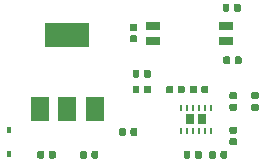
<source format=gbr>
G04 #@! TF.GenerationSoftware,KiCad,Pcbnew,(5.0.0-3-g5ebb6b6)*
G04 #@! TF.CreationDate,2019-03-02T11:42:57+00:00*
G04 #@! TF.ProjectId,WsonBagelBoard,57736F6E426167656C426F6172642E6B,rev?*
G04 #@! TF.SameCoordinates,Original*
G04 #@! TF.FileFunction,Paste,Top*
G04 #@! TF.FilePolarity,Positive*
%FSLAX46Y46*%
G04 Gerber Fmt 4.6, Leading zero omitted, Abs format (unit mm)*
G04 Created by KiCad (PCBNEW (5.0.0-3-g5ebb6b6)) date Saturday, 02 March 2019 at 11:42:57*
%MOMM*%
%LPD*%
G01*
G04 APERTURE LIST*
%ADD10R,1.250000X0.760000*%
%ADD11R,3.800000X2.000000*%
%ADD12R,1.500000X2.000000*%
%ADD13R,0.250000X0.500000*%
%ADD14R,0.800000X0.950000*%
%ADD15C,0.100000*%
%ADD16C,0.590000*%
%ADD17R,0.450000X0.600000*%
G04 APERTURE END LIST*
D10*
G04 #@! TO.C,SWEN1*
X111923500Y-57594500D03*
X118073500Y-58864500D03*
X111923500Y-58864500D03*
X118073500Y-57594500D03*
G04 #@! TD*
D11*
G04 #@! TO.C,U1*
X104648000Y-58318000D03*
D12*
X104648000Y-64618000D03*
X106948000Y-64618000D03*
X102348000Y-64618000D03*
G04 #@! TD*
D13*
G04 #@! TO.C,U2*
X114256500Y-66418500D03*
X114756500Y-66418500D03*
X115256500Y-66418500D03*
X115756500Y-66418500D03*
X116256500Y-66418500D03*
X116756500Y-66418500D03*
X116756500Y-64518500D03*
X116256500Y-64518500D03*
X115756500Y-64518500D03*
X115256500Y-64518500D03*
X114756500Y-64518500D03*
X114256500Y-64518500D03*
D14*
X115006500Y-65468500D03*
X116006500Y-65468500D03*
G04 #@! TD*
D15*
G04 #@! TO.C,C1*
G36*
X116445558Y-62621910D02*
X116459876Y-62624034D01*
X116473917Y-62627551D01*
X116487546Y-62632428D01*
X116500631Y-62638617D01*
X116513047Y-62646058D01*
X116524673Y-62654681D01*
X116535398Y-62664402D01*
X116545119Y-62675127D01*
X116553742Y-62686753D01*
X116561183Y-62699169D01*
X116567372Y-62712254D01*
X116572249Y-62725883D01*
X116575766Y-62739924D01*
X116577890Y-62754242D01*
X116578600Y-62768700D01*
X116578600Y-63113700D01*
X116577890Y-63128158D01*
X116575766Y-63142476D01*
X116572249Y-63156517D01*
X116567372Y-63170146D01*
X116561183Y-63183231D01*
X116553742Y-63195647D01*
X116545119Y-63207273D01*
X116535398Y-63217998D01*
X116524673Y-63227719D01*
X116513047Y-63236342D01*
X116500631Y-63243783D01*
X116487546Y-63249972D01*
X116473917Y-63254849D01*
X116459876Y-63258366D01*
X116445558Y-63260490D01*
X116431100Y-63261200D01*
X116136100Y-63261200D01*
X116121642Y-63260490D01*
X116107324Y-63258366D01*
X116093283Y-63254849D01*
X116079654Y-63249972D01*
X116066569Y-63243783D01*
X116054153Y-63236342D01*
X116042527Y-63227719D01*
X116031802Y-63217998D01*
X116022081Y-63207273D01*
X116013458Y-63195647D01*
X116006017Y-63183231D01*
X115999828Y-63170146D01*
X115994951Y-63156517D01*
X115991434Y-63142476D01*
X115989310Y-63128158D01*
X115988600Y-63113700D01*
X115988600Y-62768700D01*
X115989310Y-62754242D01*
X115991434Y-62739924D01*
X115994951Y-62725883D01*
X115999828Y-62712254D01*
X116006017Y-62699169D01*
X116013458Y-62686753D01*
X116022081Y-62675127D01*
X116031802Y-62664402D01*
X116042527Y-62654681D01*
X116054153Y-62646058D01*
X116066569Y-62638617D01*
X116079654Y-62632428D01*
X116093283Y-62627551D01*
X116107324Y-62624034D01*
X116121642Y-62621910D01*
X116136100Y-62621200D01*
X116431100Y-62621200D01*
X116445558Y-62621910D01*
X116445558Y-62621910D01*
G37*
D16*
X116283600Y-62941200D03*
D15*
G36*
X115475558Y-62621910D02*
X115489876Y-62624034D01*
X115503917Y-62627551D01*
X115517546Y-62632428D01*
X115530631Y-62638617D01*
X115543047Y-62646058D01*
X115554673Y-62654681D01*
X115565398Y-62664402D01*
X115575119Y-62675127D01*
X115583742Y-62686753D01*
X115591183Y-62699169D01*
X115597372Y-62712254D01*
X115602249Y-62725883D01*
X115605766Y-62739924D01*
X115607890Y-62754242D01*
X115608600Y-62768700D01*
X115608600Y-63113700D01*
X115607890Y-63128158D01*
X115605766Y-63142476D01*
X115602249Y-63156517D01*
X115597372Y-63170146D01*
X115591183Y-63183231D01*
X115583742Y-63195647D01*
X115575119Y-63207273D01*
X115565398Y-63217998D01*
X115554673Y-63227719D01*
X115543047Y-63236342D01*
X115530631Y-63243783D01*
X115517546Y-63249972D01*
X115503917Y-63254849D01*
X115489876Y-63258366D01*
X115475558Y-63260490D01*
X115461100Y-63261200D01*
X115166100Y-63261200D01*
X115151642Y-63260490D01*
X115137324Y-63258366D01*
X115123283Y-63254849D01*
X115109654Y-63249972D01*
X115096569Y-63243783D01*
X115084153Y-63236342D01*
X115072527Y-63227719D01*
X115061802Y-63217998D01*
X115052081Y-63207273D01*
X115043458Y-63195647D01*
X115036017Y-63183231D01*
X115029828Y-63170146D01*
X115024951Y-63156517D01*
X115021434Y-63142476D01*
X115019310Y-63128158D01*
X115018600Y-63113700D01*
X115018600Y-62768700D01*
X115019310Y-62754242D01*
X115021434Y-62739924D01*
X115024951Y-62725883D01*
X115029828Y-62712254D01*
X115036017Y-62699169D01*
X115043458Y-62686753D01*
X115052081Y-62675127D01*
X115061802Y-62664402D01*
X115072527Y-62654681D01*
X115084153Y-62646058D01*
X115096569Y-62638617D01*
X115109654Y-62632428D01*
X115123283Y-62627551D01*
X115137324Y-62624034D01*
X115151642Y-62621910D01*
X115166100Y-62621200D01*
X115461100Y-62621200D01*
X115475558Y-62621910D01*
X115475558Y-62621910D01*
G37*
D16*
X115313600Y-62941200D03*
G04 #@! TD*
D15*
G04 #@! TO.C,CINV1*
G36*
X114929458Y-68133710D02*
X114943776Y-68135834D01*
X114957817Y-68139351D01*
X114971446Y-68144228D01*
X114984531Y-68150417D01*
X114996947Y-68157858D01*
X115008573Y-68166481D01*
X115019298Y-68176202D01*
X115029019Y-68186927D01*
X115037642Y-68198553D01*
X115045083Y-68210969D01*
X115051272Y-68224054D01*
X115056149Y-68237683D01*
X115059666Y-68251724D01*
X115061790Y-68266042D01*
X115062500Y-68280500D01*
X115062500Y-68625500D01*
X115061790Y-68639958D01*
X115059666Y-68654276D01*
X115056149Y-68668317D01*
X115051272Y-68681946D01*
X115045083Y-68695031D01*
X115037642Y-68707447D01*
X115029019Y-68719073D01*
X115019298Y-68729798D01*
X115008573Y-68739519D01*
X114996947Y-68748142D01*
X114984531Y-68755583D01*
X114971446Y-68761772D01*
X114957817Y-68766649D01*
X114943776Y-68770166D01*
X114929458Y-68772290D01*
X114915000Y-68773000D01*
X114620000Y-68773000D01*
X114605542Y-68772290D01*
X114591224Y-68770166D01*
X114577183Y-68766649D01*
X114563554Y-68761772D01*
X114550469Y-68755583D01*
X114538053Y-68748142D01*
X114526427Y-68739519D01*
X114515702Y-68729798D01*
X114505981Y-68719073D01*
X114497358Y-68707447D01*
X114489917Y-68695031D01*
X114483728Y-68681946D01*
X114478851Y-68668317D01*
X114475334Y-68654276D01*
X114473210Y-68639958D01*
X114472500Y-68625500D01*
X114472500Y-68280500D01*
X114473210Y-68266042D01*
X114475334Y-68251724D01*
X114478851Y-68237683D01*
X114483728Y-68224054D01*
X114489917Y-68210969D01*
X114497358Y-68198553D01*
X114505981Y-68186927D01*
X114515702Y-68176202D01*
X114526427Y-68166481D01*
X114538053Y-68157858D01*
X114550469Y-68150417D01*
X114563554Y-68144228D01*
X114577183Y-68139351D01*
X114591224Y-68135834D01*
X114605542Y-68133710D01*
X114620000Y-68133000D01*
X114915000Y-68133000D01*
X114929458Y-68133710D01*
X114929458Y-68133710D01*
G37*
D16*
X114767500Y-68453000D03*
D15*
G36*
X115899458Y-68133710D02*
X115913776Y-68135834D01*
X115927817Y-68139351D01*
X115941446Y-68144228D01*
X115954531Y-68150417D01*
X115966947Y-68157858D01*
X115978573Y-68166481D01*
X115989298Y-68176202D01*
X115999019Y-68186927D01*
X116007642Y-68198553D01*
X116015083Y-68210969D01*
X116021272Y-68224054D01*
X116026149Y-68237683D01*
X116029666Y-68251724D01*
X116031790Y-68266042D01*
X116032500Y-68280500D01*
X116032500Y-68625500D01*
X116031790Y-68639958D01*
X116029666Y-68654276D01*
X116026149Y-68668317D01*
X116021272Y-68681946D01*
X116015083Y-68695031D01*
X116007642Y-68707447D01*
X115999019Y-68719073D01*
X115989298Y-68729798D01*
X115978573Y-68739519D01*
X115966947Y-68748142D01*
X115954531Y-68755583D01*
X115941446Y-68761772D01*
X115927817Y-68766649D01*
X115913776Y-68770166D01*
X115899458Y-68772290D01*
X115885000Y-68773000D01*
X115590000Y-68773000D01*
X115575542Y-68772290D01*
X115561224Y-68770166D01*
X115547183Y-68766649D01*
X115533554Y-68761772D01*
X115520469Y-68755583D01*
X115508053Y-68748142D01*
X115496427Y-68739519D01*
X115485702Y-68729798D01*
X115475981Y-68719073D01*
X115467358Y-68707447D01*
X115459917Y-68695031D01*
X115453728Y-68681946D01*
X115448851Y-68668317D01*
X115445334Y-68654276D01*
X115443210Y-68639958D01*
X115442500Y-68625500D01*
X115442500Y-68280500D01*
X115443210Y-68266042D01*
X115445334Y-68251724D01*
X115448851Y-68237683D01*
X115453728Y-68224054D01*
X115459917Y-68210969D01*
X115467358Y-68198553D01*
X115475981Y-68186927D01*
X115485702Y-68176202D01*
X115496427Y-68166481D01*
X115508053Y-68157858D01*
X115520469Y-68150417D01*
X115533554Y-68144228D01*
X115547183Y-68139351D01*
X115561224Y-68135834D01*
X115575542Y-68133710D01*
X115590000Y-68133000D01*
X115885000Y-68133000D01*
X115899458Y-68133710D01*
X115899458Y-68133710D01*
G37*
D16*
X115737500Y-68453000D03*
G04 #@! TD*
D15*
G04 #@! TO.C,CP1*
G36*
X117088458Y-68133710D02*
X117102776Y-68135834D01*
X117116817Y-68139351D01*
X117130446Y-68144228D01*
X117143531Y-68150417D01*
X117155947Y-68157858D01*
X117167573Y-68166481D01*
X117178298Y-68176202D01*
X117188019Y-68186927D01*
X117196642Y-68198553D01*
X117204083Y-68210969D01*
X117210272Y-68224054D01*
X117215149Y-68237683D01*
X117218666Y-68251724D01*
X117220790Y-68266042D01*
X117221500Y-68280500D01*
X117221500Y-68625500D01*
X117220790Y-68639958D01*
X117218666Y-68654276D01*
X117215149Y-68668317D01*
X117210272Y-68681946D01*
X117204083Y-68695031D01*
X117196642Y-68707447D01*
X117188019Y-68719073D01*
X117178298Y-68729798D01*
X117167573Y-68739519D01*
X117155947Y-68748142D01*
X117143531Y-68755583D01*
X117130446Y-68761772D01*
X117116817Y-68766649D01*
X117102776Y-68770166D01*
X117088458Y-68772290D01*
X117074000Y-68773000D01*
X116779000Y-68773000D01*
X116764542Y-68772290D01*
X116750224Y-68770166D01*
X116736183Y-68766649D01*
X116722554Y-68761772D01*
X116709469Y-68755583D01*
X116697053Y-68748142D01*
X116685427Y-68739519D01*
X116674702Y-68729798D01*
X116664981Y-68719073D01*
X116656358Y-68707447D01*
X116648917Y-68695031D01*
X116642728Y-68681946D01*
X116637851Y-68668317D01*
X116634334Y-68654276D01*
X116632210Y-68639958D01*
X116631500Y-68625500D01*
X116631500Y-68280500D01*
X116632210Y-68266042D01*
X116634334Y-68251724D01*
X116637851Y-68237683D01*
X116642728Y-68224054D01*
X116648917Y-68210969D01*
X116656358Y-68198553D01*
X116664981Y-68186927D01*
X116674702Y-68176202D01*
X116685427Y-68166481D01*
X116697053Y-68157858D01*
X116709469Y-68150417D01*
X116722554Y-68144228D01*
X116736183Y-68139351D01*
X116750224Y-68135834D01*
X116764542Y-68133710D01*
X116779000Y-68133000D01*
X117074000Y-68133000D01*
X117088458Y-68133710D01*
X117088458Y-68133710D01*
G37*
D16*
X116926500Y-68453000D03*
D15*
G36*
X118058458Y-68133710D02*
X118072776Y-68135834D01*
X118086817Y-68139351D01*
X118100446Y-68144228D01*
X118113531Y-68150417D01*
X118125947Y-68157858D01*
X118137573Y-68166481D01*
X118148298Y-68176202D01*
X118158019Y-68186927D01*
X118166642Y-68198553D01*
X118174083Y-68210969D01*
X118180272Y-68224054D01*
X118185149Y-68237683D01*
X118188666Y-68251724D01*
X118190790Y-68266042D01*
X118191500Y-68280500D01*
X118191500Y-68625500D01*
X118190790Y-68639958D01*
X118188666Y-68654276D01*
X118185149Y-68668317D01*
X118180272Y-68681946D01*
X118174083Y-68695031D01*
X118166642Y-68707447D01*
X118158019Y-68719073D01*
X118148298Y-68729798D01*
X118137573Y-68739519D01*
X118125947Y-68748142D01*
X118113531Y-68755583D01*
X118100446Y-68761772D01*
X118086817Y-68766649D01*
X118072776Y-68770166D01*
X118058458Y-68772290D01*
X118044000Y-68773000D01*
X117749000Y-68773000D01*
X117734542Y-68772290D01*
X117720224Y-68770166D01*
X117706183Y-68766649D01*
X117692554Y-68761772D01*
X117679469Y-68755583D01*
X117667053Y-68748142D01*
X117655427Y-68739519D01*
X117644702Y-68729798D01*
X117634981Y-68719073D01*
X117626358Y-68707447D01*
X117618917Y-68695031D01*
X117612728Y-68681946D01*
X117607851Y-68668317D01*
X117604334Y-68654276D01*
X117602210Y-68639958D01*
X117601500Y-68625500D01*
X117601500Y-68280500D01*
X117602210Y-68266042D01*
X117604334Y-68251724D01*
X117607851Y-68237683D01*
X117612728Y-68224054D01*
X117618917Y-68210969D01*
X117626358Y-68198553D01*
X117634981Y-68186927D01*
X117644702Y-68176202D01*
X117655427Y-68166481D01*
X117667053Y-68157858D01*
X117679469Y-68150417D01*
X117692554Y-68144228D01*
X117706183Y-68139351D01*
X117720224Y-68135834D01*
X117734542Y-68133710D01*
X117749000Y-68133000D01*
X118044000Y-68133000D01*
X118058458Y-68133710D01*
X118058458Y-68133710D01*
G37*
D16*
X117896500Y-68453000D03*
G04 #@! TD*
D15*
G04 #@! TO.C,CR1*
G36*
X103516958Y-68133710D02*
X103531276Y-68135834D01*
X103545317Y-68139351D01*
X103558946Y-68144228D01*
X103572031Y-68150417D01*
X103584447Y-68157858D01*
X103596073Y-68166481D01*
X103606798Y-68176202D01*
X103616519Y-68186927D01*
X103625142Y-68198553D01*
X103632583Y-68210969D01*
X103638772Y-68224054D01*
X103643649Y-68237683D01*
X103647166Y-68251724D01*
X103649290Y-68266042D01*
X103650000Y-68280500D01*
X103650000Y-68625500D01*
X103649290Y-68639958D01*
X103647166Y-68654276D01*
X103643649Y-68668317D01*
X103638772Y-68681946D01*
X103632583Y-68695031D01*
X103625142Y-68707447D01*
X103616519Y-68719073D01*
X103606798Y-68729798D01*
X103596073Y-68739519D01*
X103584447Y-68748142D01*
X103572031Y-68755583D01*
X103558946Y-68761772D01*
X103545317Y-68766649D01*
X103531276Y-68770166D01*
X103516958Y-68772290D01*
X103502500Y-68773000D01*
X103207500Y-68773000D01*
X103193042Y-68772290D01*
X103178724Y-68770166D01*
X103164683Y-68766649D01*
X103151054Y-68761772D01*
X103137969Y-68755583D01*
X103125553Y-68748142D01*
X103113927Y-68739519D01*
X103103202Y-68729798D01*
X103093481Y-68719073D01*
X103084858Y-68707447D01*
X103077417Y-68695031D01*
X103071228Y-68681946D01*
X103066351Y-68668317D01*
X103062834Y-68654276D01*
X103060710Y-68639958D01*
X103060000Y-68625500D01*
X103060000Y-68280500D01*
X103060710Y-68266042D01*
X103062834Y-68251724D01*
X103066351Y-68237683D01*
X103071228Y-68224054D01*
X103077417Y-68210969D01*
X103084858Y-68198553D01*
X103093481Y-68186927D01*
X103103202Y-68176202D01*
X103113927Y-68166481D01*
X103125553Y-68157858D01*
X103137969Y-68150417D01*
X103151054Y-68144228D01*
X103164683Y-68139351D01*
X103178724Y-68135834D01*
X103193042Y-68133710D01*
X103207500Y-68133000D01*
X103502500Y-68133000D01*
X103516958Y-68133710D01*
X103516958Y-68133710D01*
G37*
D16*
X103355000Y-68453000D03*
D15*
G36*
X102546958Y-68133710D02*
X102561276Y-68135834D01*
X102575317Y-68139351D01*
X102588946Y-68144228D01*
X102602031Y-68150417D01*
X102614447Y-68157858D01*
X102626073Y-68166481D01*
X102636798Y-68176202D01*
X102646519Y-68186927D01*
X102655142Y-68198553D01*
X102662583Y-68210969D01*
X102668772Y-68224054D01*
X102673649Y-68237683D01*
X102677166Y-68251724D01*
X102679290Y-68266042D01*
X102680000Y-68280500D01*
X102680000Y-68625500D01*
X102679290Y-68639958D01*
X102677166Y-68654276D01*
X102673649Y-68668317D01*
X102668772Y-68681946D01*
X102662583Y-68695031D01*
X102655142Y-68707447D01*
X102646519Y-68719073D01*
X102636798Y-68729798D01*
X102626073Y-68739519D01*
X102614447Y-68748142D01*
X102602031Y-68755583D01*
X102588946Y-68761772D01*
X102575317Y-68766649D01*
X102561276Y-68770166D01*
X102546958Y-68772290D01*
X102532500Y-68773000D01*
X102237500Y-68773000D01*
X102223042Y-68772290D01*
X102208724Y-68770166D01*
X102194683Y-68766649D01*
X102181054Y-68761772D01*
X102167969Y-68755583D01*
X102155553Y-68748142D01*
X102143927Y-68739519D01*
X102133202Y-68729798D01*
X102123481Y-68719073D01*
X102114858Y-68707447D01*
X102107417Y-68695031D01*
X102101228Y-68681946D01*
X102096351Y-68668317D01*
X102092834Y-68654276D01*
X102090710Y-68639958D01*
X102090000Y-68625500D01*
X102090000Y-68280500D01*
X102090710Y-68266042D01*
X102092834Y-68251724D01*
X102096351Y-68237683D01*
X102101228Y-68224054D01*
X102107417Y-68210969D01*
X102114858Y-68198553D01*
X102123481Y-68186927D01*
X102133202Y-68176202D01*
X102143927Y-68166481D01*
X102155553Y-68157858D01*
X102167969Y-68150417D01*
X102181054Y-68144228D01*
X102194683Y-68139351D01*
X102208724Y-68135834D01*
X102223042Y-68133710D01*
X102237500Y-68133000D01*
X102532500Y-68133000D01*
X102546958Y-68133710D01*
X102546958Y-68133710D01*
G37*
D16*
X102385000Y-68453000D03*
G04 #@! TD*
D15*
G04 #@! TO.C,CR2*
G36*
X107136458Y-68133710D02*
X107150776Y-68135834D01*
X107164817Y-68139351D01*
X107178446Y-68144228D01*
X107191531Y-68150417D01*
X107203947Y-68157858D01*
X107215573Y-68166481D01*
X107226298Y-68176202D01*
X107236019Y-68186927D01*
X107244642Y-68198553D01*
X107252083Y-68210969D01*
X107258272Y-68224054D01*
X107263149Y-68237683D01*
X107266666Y-68251724D01*
X107268790Y-68266042D01*
X107269500Y-68280500D01*
X107269500Y-68625500D01*
X107268790Y-68639958D01*
X107266666Y-68654276D01*
X107263149Y-68668317D01*
X107258272Y-68681946D01*
X107252083Y-68695031D01*
X107244642Y-68707447D01*
X107236019Y-68719073D01*
X107226298Y-68729798D01*
X107215573Y-68739519D01*
X107203947Y-68748142D01*
X107191531Y-68755583D01*
X107178446Y-68761772D01*
X107164817Y-68766649D01*
X107150776Y-68770166D01*
X107136458Y-68772290D01*
X107122000Y-68773000D01*
X106827000Y-68773000D01*
X106812542Y-68772290D01*
X106798224Y-68770166D01*
X106784183Y-68766649D01*
X106770554Y-68761772D01*
X106757469Y-68755583D01*
X106745053Y-68748142D01*
X106733427Y-68739519D01*
X106722702Y-68729798D01*
X106712981Y-68719073D01*
X106704358Y-68707447D01*
X106696917Y-68695031D01*
X106690728Y-68681946D01*
X106685851Y-68668317D01*
X106682334Y-68654276D01*
X106680210Y-68639958D01*
X106679500Y-68625500D01*
X106679500Y-68280500D01*
X106680210Y-68266042D01*
X106682334Y-68251724D01*
X106685851Y-68237683D01*
X106690728Y-68224054D01*
X106696917Y-68210969D01*
X106704358Y-68198553D01*
X106712981Y-68186927D01*
X106722702Y-68176202D01*
X106733427Y-68166481D01*
X106745053Y-68157858D01*
X106757469Y-68150417D01*
X106770554Y-68144228D01*
X106784183Y-68139351D01*
X106798224Y-68135834D01*
X106812542Y-68133710D01*
X106827000Y-68133000D01*
X107122000Y-68133000D01*
X107136458Y-68133710D01*
X107136458Y-68133710D01*
G37*
D16*
X106974500Y-68453000D03*
D15*
G36*
X106166458Y-68133710D02*
X106180776Y-68135834D01*
X106194817Y-68139351D01*
X106208446Y-68144228D01*
X106221531Y-68150417D01*
X106233947Y-68157858D01*
X106245573Y-68166481D01*
X106256298Y-68176202D01*
X106266019Y-68186927D01*
X106274642Y-68198553D01*
X106282083Y-68210969D01*
X106288272Y-68224054D01*
X106293149Y-68237683D01*
X106296666Y-68251724D01*
X106298790Y-68266042D01*
X106299500Y-68280500D01*
X106299500Y-68625500D01*
X106298790Y-68639958D01*
X106296666Y-68654276D01*
X106293149Y-68668317D01*
X106288272Y-68681946D01*
X106282083Y-68695031D01*
X106274642Y-68707447D01*
X106266019Y-68719073D01*
X106256298Y-68729798D01*
X106245573Y-68739519D01*
X106233947Y-68748142D01*
X106221531Y-68755583D01*
X106208446Y-68761772D01*
X106194817Y-68766649D01*
X106180776Y-68770166D01*
X106166458Y-68772290D01*
X106152000Y-68773000D01*
X105857000Y-68773000D01*
X105842542Y-68772290D01*
X105828224Y-68770166D01*
X105814183Y-68766649D01*
X105800554Y-68761772D01*
X105787469Y-68755583D01*
X105775053Y-68748142D01*
X105763427Y-68739519D01*
X105752702Y-68729798D01*
X105742981Y-68719073D01*
X105734358Y-68707447D01*
X105726917Y-68695031D01*
X105720728Y-68681946D01*
X105715851Y-68668317D01*
X105712334Y-68654276D01*
X105710210Y-68639958D01*
X105709500Y-68625500D01*
X105709500Y-68280500D01*
X105710210Y-68266042D01*
X105712334Y-68251724D01*
X105715851Y-68237683D01*
X105720728Y-68224054D01*
X105726917Y-68210969D01*
X105734358Y-68198553D01*
X105742981Y-68186927D01*
X105752702Y-68176202D01*
X105763427Y-68166481D01*
X105775053Y-68157858D01*
X105787469Y-68150417D01*
X105800554Y-68144228D01*
X105814183Y-68139351D01*
X105828224Y-68135834D01*
X105842542Y-68133710D01*
X105857000Y-68133000D01*
X106152000Y-68133000D01*
X106166458Y-68133710D01*
X106166458Y-68133710D01*
G37*
D16*
X106004500Y-68453000D03*
G04 #@! TD*
D15*
G04 #@! TO.C,DOK1*
G36*
X110438458Y-66203310D02*
X110452776Y-66205434D01*
X110466817Y-66208951D01*
X110480446Y-66213828D01*
X110493531Y-66220017D01*
X110505947Y-66227458D01*
X110517573Y-66236081D01*
X110528298Y-66245802D01*
X110538019Y-66256527D01*
X110546642Y-66268153D01*
X110554083Y-66280569D01*
X110560272Y-66293654D01*
X110565149Y-66307283D01*
X110568666Y-66321324D01*
X110570790Y-66335642D01*
X110571500Y-66350100D01*
X110571500Y-66695100D01*
X110570790Y-66709558D01*
X110568666Y-66723876D01*
X110565149Y-66737917D01*
X110560272Y-66751546D01*
X110554083Y-66764631D01*
X110546642Y-66777047D01*
X110538019Y-66788673D01*
X110528298Y-66799398D01*
X110517573Y-66809119D01*
X110505947Y-66817742D01*
X110493531Y-66825183D01*
X110480446Y-66831372D01*
X110466817Y-66836249D01*
X110452776Y-66839766D01*
X110438458Y-66841890D01*
X110424000Y-66842600D01*
X110129000Y-66842600D01*
X110114542Y-66841890D01*
X110100224Y-66839766D01*
X110086183Y-66836249D01*
X110072554Y-66831372D01*
X110059469Y-66825183D01*
X110047053Y-66817742D01*
X110035427Y-66809119D01*
X110024702Y-66799398D01*
X110014981Y-66788673D01*
X110006358Y-66777047D01*
X109998917Y-66764631D01*
X109992728Y-66751546D01*
X109987851Y-66737917D01*
X109984334Y-66723876D01*
X109982210Y-66709558D01*
X109981500Y-66695100D01*
X109981500Y-66350100D01*
X109982210Y-66335642D01*
X109984334Y-66321324D01*
X109987851Y-66307283D01*
X109992728Y-66293654D01*
X109998917Y-66280569D01*
X110006358Y-66268153D01*
X110014981Y-66256527D01*
X110024702Y-66245802D01*
X110035427Y-66236081D01*
X110047053Y-66227458D01*
X110059469Y-66220017D01*
X110072554Y-66213828D01*
X110086183Y-66208951D01*
X110100224Y-66205434D01*
X110114542Y-66203310D01*
X110129000Y-66202600D01*
X110424000Y-66202600D01*
X110438458Y-66203310D01*
X110438458Y-66203310D01*
G37*
D16*
X110276500Y-66522600D03*
D15*
G36*
X109468458Y-66203310D02*
X109482776Y-66205434D01*
X109496817Y-66208951D01*
X109510446Y-66213828D01*
X109523531Y-66220017D01*
X109535947Y-66227458D01*
X109547573Y-66236081D01*
X109558298Y-66245802D01*
X109568019Y-66256527D01*
X109576642Y-66268153D01*
X109584083Y-66280569D01*
X109590272Y-66293654D01*
X109595149Y-66307283D01*
X109598666Y-66321324D01*
X109600790Y-66335642D01*
X109601500Y-66350100D01*
X109601500Y-66695100D01*
X109600790Y-66709558D01*
X109598666Y-66723876D01*
X109595149Y-66737917D01*
X109590272Y-66751546D01*
X109584083Y-66764631D01*
X109576642Y-66777047D01*
X109568019Y-66788673D01*
X109558298Y-66799398D01*
X109547573Y-66809119D01*
X109535947Y-66817742D01*
X109523531Y-66825183D01*
X109510446Y-66831372D01*
X109496817Y-66836249D01*
X109482776Y-66839766D01*
X109468458Y-66841890D01*
X109454000Y-66842600D01*
X109159000Y-66842600D01*
X109144542Y-66841890D01*
X109130224Y-66839766D01*
X109116183Y-66836249D01*
X109102554Y-66831372D01*
X109089469Y-66825183D01*
X109077053Y-66817742D01*
X109065427Y-66809119D01*
X109054702Y-66799398D01*
X109044981Y-66788673D01*
X109036358Y-66777047D01*
X109028917Y-66764631D01*
X109022728Y-66751546D01*
X109017851Y-66737917D01*
X109014334Y-66723876D01*
X109012210Y-66709558D01*
X109011500Y-66695100D01*
X109011500Y-66350100D01*
X109012210Y-66335642D01*
X109014334Y-66321324D01*
X109017851Y-66307283D01*
X109022728Y-66293654D01*
X109028917Y-66280569D01*
X109036358Y-66268153D01*
X109044981Y-66256527D01*
X109054702Y-66245802D01*
X109065427Y-66236081D01*
X109077053Y-66227458D01*
X109089469Y-66220017D01*
X109102554Y-66213828D01*
X109116183Y-66208951D01*
X109130224Y-66205434D01*
X109144542Y-66203310D01*
X109159000Y-66202600D01*
X109454000Y-66202600D01*
X109468458Y-66203310D01*
X109468458Y-66203310D01*
G37*
D16*
X109306500Y-66522600D03*
G04 #@! TD*
D15*
G04 #@! TO.C,R1*
G36*
X111581458Y-61275710D02*
X111595776Y-61277834D01*
X111609817Y-61281351D01*
X111623446Y-61286228D01*
X111636531Y-61292417D01*
X111648947Y-61299858D01*
X111660573Y-61308481D01*
X111671298Y-61318202D01*
X111681019Y-61328927D01*
X111689642Y-61340553D01*
X111697083Y-61352969D01*
X111703272Y-61366054D01*
X111708149Y-61379683D01*
X111711666Y-61393724D01*
X111713790Y-61408042D01*
X111714500Y-61422500D01*
X111714500Y-61767500D01*
X111713790Y-61781958D01*
X111711666Y-61796276D01*
X111708149Y-61810317D01*
X111703272Y-61823946D01*
X111697083Y-61837031D01*
X111689642Y-61849447D01*
X111681019Y-61861073D01*
X111671298Y-61871798D01*
X111660573Y-61881519D01*
X111648947Y-61890142D01*
X111636531Y-61897583D01*
X111623446Y-61903772D01*
X111609817Y-61908649D01*
X111595776Y-61912166D01*
X111581458Y-61914290D01*
X111567000Y-61915000D01*
X111272000Y-61915000D01*
X111257542Y-61914290D01*
X111243224Y-61912166D01*
X111229183Y-61908649D01*
X111215554Y-61903772D01*
X111202469Y-61897583D01*
X111190053Y-61890142D01*
X111178427Y-61881519D01*
X111167702Y-61871798D01*
X111157981Y-61861073D01*
X111149358Y-61849447D01*
X111141917Y-61837031D01*
X111135728Y-61823946D01*
X111130851Y-61810317D01*
X111127334Y-61796276D01*
X111125210Y-61781958D01*
X111124500Y-61767500D01*
X111124500Y-61422500D01*
X111125210Y-61408042D01*
X111127334Y-61393724D01*
X111130851Y-61379683D01*
X111135728Y-61366054D01*
X111141917Y-61352969D01*
X111149358Y-61340553D01*
X111157981Y-61328927D01*
X111167702Y-61318202D01*
X111178427Y-61308481D01*
X111190053Y-61299858D01*
X111202469Y-61292417D01*
X111215554Y-61286228D01*
X111229183Y-61281351D01*
X111243224Y-61277834D01*
X111257542Y-61275710D01*
X111272000Y-61275000D01*
X111567000Y-61275000D01*
X111581458Y-61275710D01*
X111581458Y-61275710D01*
G37*
D16*
X111419500Y-61595000D03*
D15*
G36*
X110611458Y-61275710D02*
X110625776Y-61277834D01*
X110639817Y-61281351D01*
X110653446Y-61286228D01*
X110666531Y-61292417D01*
X110678947Y-61299858D01*
X110690573Y-61308481D01*
X110701298Y-61318202D01*
X110711019Y-61328927D01*
X110719642Y-61340553D01*
X110727083Y-61352969D01*
X110733272Y-61366054D01*
X110738149Y-61379683D01*
X110741666Y-61393724D01*
X110743790Y-61408042D01*
X110744500Y-61422500D01*
X110744500Y-61767500D01*
X110743790Y-61781958D01*
X110741666Y-61796276D01*
X110738149Y-61810317D01*
X110733272Y-61823946D01*
X110727083Y-61837031D01*
X110719642Y-61849447D01*
X110711019Y-61861073D01*
X110701298Y-61871798D01*
X110690573Y-61881519D01*
X110678947Y-61890142D01*
X110666531Y-61897583D01*
X110653446Y-61903772D01*
X110639817Y-61908649D01*
X110625776Y-61912166D01*
X110611458Y-61914290D01*
X110597000Y-61915000D01*
X110302000Y-61915000D01*
X110287542Y-61914290D01*
X110273224Y-61912166D01*
X110259183Y-61908649D01*
X110245554Y-61903772D01*
X110232469Y-61897583D01*
X110220053Y-61890142D01*
X110208427Y-61881519D01*
X110197702Y-61871798D01*
X110187981Y-61861073D01*
X110179358Y-61849447D01*
X110171917Y-61837031D01*
X110165728Y-61823946D01*
X110160851Y-61810317D01*
X110157334Y-61796276D01*
X110155210Y-61781958D01*
X110154500Y-61767500D01*
X110154500Y-61422500D01*
X110155210Y-61408042D01*
X110157334Y-61393724D01*
X110160851Y-61379683D01*
X110165728Y-61366054D01*
X110171917Y-61352969D01*
X110179358Y-61340553D01*
X110187981Y-61328927D01*
X110197702Y-61318202D01*
X110208427Y-61308481D01*
X110220053Y-61299858D01*
X110232469Y-61292417D01*
X110245554Y-61286228D01*
X110259183Y-61281351D01*
X110273224Y-61277834D01*
X110287542Y-61275710D01*
X110302000Y-61275000D01*
X110597000Y-61275000D01*
X110611458Y-61275710D01*
X110611458Y-61275710D01*
G37*
D16*
X110449500Y-61595000D03*
G04 #@! TD*
D15*
G04 #@! TO.C,R2*
G36*
X110611458Y-62609210D02*
X110625776Y-62611334D01*
X110639817Y-62614851D01*
X110653446Y-62619728D01*
X110666531Y-62625917D01*
X110678947Y-62633358D01*
X110690573Y-62641981D01*
X110701298Y-62651702D01*
X110711019Y-62662427D01*
X110719642Y-62674053D01*
X110727083Y-62686469D01*
X110733272Y-62699554D01*
X110738149Y-62713183D01*
X110741666Y-62727224D01*
X110743790Y-62741542D01*
X110744500Y-62756000D01*
X110744500Y-63101000D01*
X110743790Y-63115458D01*
X110741666Y-63129776D01*
X110738149Y-63143817D01*
X110733272Y-63157446D01*
X110727083Y-63170531D01*
X110719642Y-63182947D01*
X110711019Y-63194573D01*
X110701298Y-63205298D01*
X110690573Y-63215019D01*
X110678947Y-63223642D01*
X110666531Y-63231083D01*
X110653446Y-63237272D01*
X110639817Y-63242149D01*
X110625776Y-63245666D01*
X110611458Y-63247790D01*
X110597000Y-63248500D01*
X110302000Y-63248500D01*
X110287542Y-63247790D01*
X110273224Y-63245666D01*
X110259183Y-63242149D01*
X110245554Y-63237272D01*
X110232469Y-63231083D01*
X110220053Y-63223642D01*
X110208427Y-63215019D01*
X110197702Y-63205298D01*
X110187981Y-63194573D01*
X110179358Y-63182947D01*
X110171917Y-63170531D01*
X110165728Y-63157446D01*
X110160851Y-63143817D01*
X110157334Y-63129776D01*
X110155210Y-63115458D01*
X110154500Y-63101000D01*
X110154500Y-62756000D01*
X110155210Y-62741542D01*
X110157334Y-62727224D01*
X110160851Y-62713183D01*
X110165728Y-62699554D01*
X110171917Y-62686469D01*
X110179358Y-62674053D01*
X110187981Y-62662427D01*
X110197702Y-62651702D01*
X110208427Y-62641981D01*
X110220053Y-62633358D01*
X110232469Y-62625917D01*
X110245554Y-62619728D01*
X110259183Y-62614851D01*
X110273224Y-62611334D01*
X110287542Y-62609210D01*
X110302000Y-62608500D01*
X110597000Y-62608500D01*
X110611458Y-62609210D01*
X110611458Y-62609210D01*
G37*
D16*
X110449500Y-62928500D03*
D15*
G36*
X111581458Y-62609210D02*
X111595776Y-62611334D01*
X111609817Y-62614851D01*
X111623446Y-62619728D01*
X111636531Y-62625917D01*
X111648947Y-62633358D01*
X111660573Y-62641981D01*
X111671298Y-62651702D01*
X111681019Y-62662427D01*
X111689642Y-62674053D01*
X111697083Y-62686469D01*
X111703272Y-62699554D01*
X111708149Y-62713183D01*
X111711666Y-62727224D01*
X111713790Y-62741542D01*
X111714500Y-62756000D01*
X111714500Y-63101000D01*
X111713790Y-63115458D01*
X111711666Y-63129776D01*
X111708149Y-63143817D01*
X111703272Y-63157446D01*
X111697083Y-63170531D01*
X111689642Y-63182947D01*
X111681019Y-63194573D01*
X111671298Y-63205298D01*
X111660573Y-63215019D01*
X111648947Y-63223642D01*
X111636531Y-63231083D01*
X111623446Y-63237272D01*
X111609817Y-63242149D01*
X111595776Y-63245666D01*
X111581458Y-63247790D01*
X111567000Y-63248500D01*
X111272000Y-63248500D01*
X111257542Y-63247790D01*
X111243224Y-63245666D01*
X111229183Y-63242149D01*
X111215554Y-63237272D01*
X111202469Y-63231083D01*
X111190053Y-63223642D01*
X111178427Y-63215019D01*
X111167702Y-63205298D01*
X111157981Y-63194573D01*
X111149358Y-63182947D01*
X111141917Y-63170531D01*
X111135728Y-63157446D01*
X111130851Y-63143817D01*
X111127334Y-63129776D01*
X111125210Y-63115458D01*
X111124500Y-63101000D01*
X111124500Y-62756000D01*
X111125210Y-62741542D01*
X111127334Y-62727224D01*
X111130851Y-62713183D01*
X111135728Y-62699554D01*
X111141917Y-62686469D01*
X111149358Y-62674053D01*
X111157981Y-62662427D01*
X111167702Y-62651702D01*
X111178427Y-62641981D01*
X111190053Y-62633358D01*
X111202469Y-62625917D01*
X111215554Y-62619728D01*
X111229183Y-62614851D01*
X111243224Y-62611334D01*
X111257542Y-62609210D01*
X111272000Y-62608500D01*
X111567000Y-62608500D01*
X111581458Y-62609210D01*
X111581458Y-62609210D01*
G37*
D16*
X111419500Y-62928500D03*
G04 #@! TD*
D15*
G04 #@! TO.C,R3*
G36*
X120709958Y-63165210D02*
X120724276Y-63167334D01*
X120738317Y-63170851D01*
X120751946Y-63175728D01*
X120765031Y-63181917D01*
X120777447Y-63189358D01*
X120789073Y-63197981D01*
X120799798Y-63207702D01*
X120809519Y-63218427D01*
X120818142Y-63230053D01*
X120825583Y-63242469D01*
X120831772Y-63255554D01*
X120836649Y-63269183D01*
X120840166Y-63283224D01*
X120842290Y-63297542D01*
X120843000Y-63312000D01*
X120843000Y-63607000D01*
X120842290Y-63621458D01*
X120840166Y-63635776D01*
X120836649Y-63649817D01*
X120831772Y-63663446D01*
X120825583Y-63676531D01*
X120818142Y-63688947D01*
X120809519Y-63700573D01*
X120799798Y-63711298D01*
X120789073Y-63721019D01*
X120777447Y-63729642D01*
X120765031Y-63737083D01*
X120751946Y-63743272D01*
X120738317Y-63748149D01*
X120724276Y-63751666D01*
X120709958Y-63753790D01*
X120695500Y-63754500D01*
X120350500Y-63754500D01*
X120336042Y-63753790D01*
X120321724Y-63751666D01*
X120307683Y-63748149D01*
X120294054Y-63743272D01*
X120280969Y-63737083D01*
X120268553Y-63729642D01*
X120256927Y-63721019D01*
X120246202Y-63711298D01*
X120236481Y-63700573D01*
X120227858Y-63688947D01*
X120220417Y-63676531D01*
X120214228Y-63663446D01*
X120209351Y-63649817D01*
X120205834Y-63635776D01*
X120203710Y-63621458D01*
X120203000Y-63607000D01*
X120203000Y-63312000D01*
X120203710Y-63297542D01*
X120205834Y-63283224D01*
X120209351Y-63269183D01*
X120214228Y-63255554D01*
X120220417Y-63242469D01*
X120227858Y-63230053D01*
X120236481Y-63218427D01*
X120246202Y-63207702D01*
X120256927Y-63197981D01*
X120268553Y-63189358D01*
X120280969Y-63181917D01*
X120294054Y-63175728D01*
X120307683Y-63170851D01*
X120321724Y-63167334D01*
X120336042Y-63165210D01*
X120350500Y-63164500D01*
X120695500Y-63164500D01*
X120709958Y-63165210D01*
X120709958Y-63165210D01*
G37*
D16*
X120523000Y-63459500D03*
D15*
G36*
X120709958Y-64135210D02*
X120724276Y-64137334D01*
X120738317Y-64140851D01*
X120751946Y-64145728D01*
X120765031Y-64151917D01*
X120777447Y-64159358D01*
X120789073Y-64167981D01*
X120799798Y-64177702D01*
X120809519Y-64188427D01*
X120818142Y-64200053D01*
X120825583Y-64212469D01*
X120831772Y-64225554D01*
X120836649Y-64239183D01*
X120840166Y-64253224D01*
X120842290Y-64267542D01*
X120843000Y-64282000D01*
X120843000Y-64577000D01*
X120842290Y-64591458D01*
X120840166Y-64605776D01*
X120836649Y-64619817D01*
X120831772Y-64633446D01*
X120825583Y-64646531D01*
X120818142Y-64658947D01*
X120809519Y-64670573D01*
X120799798Y-64681298D01*
X120789073Y-64691019D01*
X120777447Y-64699642D01*
X120765031Y-64707083D01*
X120751946Y-64713272D01*
X120738317Y-64718149D01*
X120724276Y-64721666D01*
X120709958Y-64723790D01*
X120695500Y-64724500D01*
X120350500Y-64724500D01*
X120336042Y-64723790D01*
X120321724Y-64721666D01*
X120307683Y-64718149D01*
X120294054Y-64713272D01*
X120280969Y-64707083D01*
X120268553Y-64699642D01*
X120256927Y-64691019D01*
X120246202Y-64681298D01*
X120236481Y-64670573D01*
X120227858Y-64658947D01*
X120220417Y-64646531D01*
X120214228Y-64633446D01*
X120209351Y-64619817D01*
X120205834Y-64605776D01*
X120203710Y-64591458D01*
X120203000Y-64577000D01*
X120203000Y-64282000D01*
X120203710Y-64267542D01*
X120205834Y-64253224D01*
X120209351Y-64239183D01*
X120214228Y-64225554D01*
X120220417Y-64212469D01*
X120227858Y-64200053D01*
X120236481Y-64188427D01*
X120246202Y-64177702D01*
X120256927Y-64167981D01*
X120268553Y-64159358D01*
X120280969Y-64151917D01*
X120294054Y-64145728D01*
X120307683Y-64140851D01*
X120321724Y-64137334D01*
X120336042Y-64135210D01*
X120350500Y-64134500D01*
X120695500Y-64134500D01*
X120709958Y-64135210D01*
X120709958Y-64135210D01*
G37*
D16*
X120523000Y-64429500D03*
G04 #@! TD*
D15*
G04 #@! TO.C,R4*
G36*
X118868458Y-64135210D02*
X118882776Y-64137334D01*
X118896817Y-64140851D01*
X118910446Y-64145728D01*
X118923531Y-64151917D01*
X118935947Y-64159358D01*
X118947573Y-64167981D01*
X118958298Y-64177702D01*
X118968019Y-64188427D01*
X118976642Y-64200053D01*
X118984083Y-64212469D01*
X118990272Y-64225554D01*
X118995149Y-64239183D01*
X118998666Y-64253224D01*
X119000790Y-64267542D01*
X119001500Y-64282000D01*
X119001500Y-64577000D01*
X119000790Y-64591458D01*
X118998666Y-64605776D01*
X118995149Y-64619817D01*
X118990272Y-64633446D01*
X118984083Y-64646531D01*
X118976642Y-64658947D01*
X118968019Y-64670573D01*
X118958298Y-64681298D01*
X118947573Y-64691019D01*
X118935947Y-64699642D01*
X118923531Y-64707083D01*
X118910446Y-64713272D01*
X118896817Y-64718149D01*
X118882776Y-64721666D01*
X118868458Y-64723790D01*
X118854000Y-64724500D01*
X118509000Y-64724500D01*
X118494542Y-64723790D01*
X118480224Y-64721666D01*
X118466183Y-64718149D01*
X118452554Y-64713272D01*
X118439469Y-64707083D01*
X118427053Y-64699642D01*
X118415427Y-64691019D01*
X118404702Y-64681298D01*
X118394981Y-64670573D01*
X118386358Y-64658947D01*
X118378917Y-64646531D01*
X118372728Y-64633446D01*
X118367851Y-64619817D01*
X118364334Y-64605776D01*
X118362210Y-64591458D01*
X118361500Y-64577000D01*
X118361500Y-64282000D01*
X118362210Y-64267542D01*
X118364334Y-64253224D01*
X118367851Y-64239183D01*
X118372728Y-64225554D01*
X118378917Y-64212469D01*
X118386358Y-64200053D01*
X118394981Y-64188427D01*
X118404702Y-64177702D01*
X118415427Y-64167981D01*
X118427053Y-64159358D01*
X118439469Y-64151917D01*
X118452554Y-64145728D01*
X118466183Y-64140851D01*
X118480224Y-64137334D01*
X118494542Y-64135210D01*
X118509000Y-64134500D01*
X118854000Y-64134500D01*
X118868458Y-64135210D01*
X118868458Y-64135210D01*
G37*
D16*
X118681500Y-64429500D03*
D15*
G36*
X118868458Y-63165210D02*
X118882776Y-63167334D01*
X118896817Y-63170851D01*
X118910446Y-63175728D01*
X118923531Y-63181917D01*
X118935947Y-63189358D01*
X118947573Y-63197981D01*
X118958298Y-63207702D01*
X118968019Y-63218427D01*
X118976642Y-63230053D01*
X118984083Y-63242469D01*
X118990272Y-63255554D01*
X118995149Y-63269183D01*
X118998666Y-63283224D01*
X119000790Y-63297542D01*
X119001500Y-63312000D01*
X119001500Y-63607000D01*
X119000790Y-63621458D01*
X118998666Y-63635776D01*
X118995149Y-63649817D01*
X118990272Y-63663446D01*
X118984083Y-63676531D01*
X118976642Y-63688947D01*
X118968019Y-63700573D01*
X118958298Y-63711298D01*
X118947573Y-63721019D01*
X118935947Y-63729642D01*
X118923531Y-63737083D01*
X118910446Y-63743272D01*
X118896817Y-63748149D01*
X118882776Y-63751666D01*
X118868458Y-63753790D01*
X118854000Y-63754500D01*
X118509000Y-63754500D01*
X118494542Y-63753790D01*
X118480224Y-63751666D01*
X118466183Y-63748149D01*
X118452554Y-63743272D01*
X118439469Y-63737083D01*
X118427053Y-63729642D01*
X118415427Y-63721019D01*
X118404702Y-63711298D01*
X118394981Y-63700573D01*
X118386358Y-63688947D01*
X118378917Y-63676531D01*
X118372728Y-63663446D01*
X118367851Y-63649817D01*
X118364334Y-63635776D01*
X118362210Y-63621458D01*
X118361500Y-63607000D01*
X118361500Y-63312000D01*
X118362210Y-63297542D01*
X118364334Y-63283224D01*
X118367851Y-63269183D01*
X118372728Y-63255554D01*
X118378917Y-63242469D01*
X118386358Y-63230053D01*
X118394981Y-63218427D01*
X118404702Y-63207702D01*
X118415427Y-63197981D01*
X118427053Y-63189358D01*
X118439469Y-63181917D01*
X118452554Y-63175728D01*
X118466183Y-63170851D01*
X118480224Y-63167334D01*
X118494542Y-63165210D01*
X118509000Y-63164500D01*
X118854000Y-63164500D01*
X118868458Y-63165210D01*
X118868458Y-63165210D01*
G37*
D16*
X118681500Y-63459500D03*
G04 #@! TD*
D15*
G04 #@! TO.C,REN+1*
G36*
X119264958Y-60132710D02*
X119279276Y-60134834D01*
X119293317Y-60138351D01*
X119306946Y-60143228D01*
X119320031Y-60149417D01*
X119332447Y-60156858D01*
X119344073Y-60165481D01*
X119354798Y-60175202D01*
X119364519Y-60185927D01*
X119373142Y-60197553D01*
X119380583Y-60209969D01*
X119386772Y-60223054D01*
X119391649Y-60236683D01*
X119395166Y-60250724D01*
X119397290Y-60265042D01*
X119398000Y-60279500D01*
X119398000Y-60624500D01*
X119397290Y-60638958D01*
X119395166Y-60653276D01*
X119391649Y-60667317D01*
X119386772Y-60680946D01*
X119380583Y-60694031D01*
X119373142Y-60706447D01*
X119364519Y-60718073D01*
X119354798Y-60728798D01*
X119344073Y-60738519D01*
X119332447Y-60747142D01*
X119320031Y-60754583D01*
X119306946Y-60760772D01*
X119293317Y-60765649D01*
X119279276Y-60769166D01*
X119264958Y-60771290D01*
X119250500Y-60772000D01*
X118955500Y-60772000D01*
X118941042Y-60771290D01*
X118926724Y-60769166D01*
X118912683Y-60765649D01*
X118899054Y-60760772D01*
X118885969Y-60754583D01*
X118873553Y-60747142D01*
X118861927Y-60738519D01*
X118851202Y-60728798D01*
X118841481Y-60718073D01*
X118832858Y-60706447D01*
X118825417Y-60694031D01*
X118819228Y-60680946D01*
X118814351Y-60667317D01*
X118810834Y-60653276D01*
X118808710Y-60638958D01*
X118808000Y-60624500D01*
X118808000Y-60279500D01*
X118808710Y-60265042D01*
X118810834Y-60250724D01*
X118814351Y-60236683D01*
X118819228Y-60223054D01*
X118825417Y-60209969D01*
X118832858Y-60197553D01*
X118841481Y-60185927D01*
X118851202Y-60175202D01*
X118861927Y-60165481D01*
X118873553Y-60156858D01*
X118885969Y-60149417D01*
X118899054Y-60143228D01*
X118912683Y-60138351D01*
X118926724Y-60134834D01*
X118941042Y-60132710D01*
X118955500Y-60132000D01*
X119250500Y-60132000D01*
X119264958Y-60132710D01*
X119264958Y-60132710D01*
G37*
D16*
X119103000Y-60452000D03*
D15*
G36*
X118294958Y-60132710D02*
X118309276Y-60134834D01*
X118323317Y-60138351D01*
X118336946Y-60143228D01*
X118350031Y-60149417D01*
X118362447Y-60156858D01*
X118374073Y-60165481D01*
X118384798Y-60175202D01*
X118394519Y-60185927D01*
X118403142Y-60197553D01*
X118410583Y-60209969D01*
X118416772Y-60223054D01*
X118421649Y-60236683D01*
X118425166Y-60250724D01*
X118427290Y-60265042D01*
X118428000Y-60279500D01*
X118428000Y-60624500D01*
X118427290Y-60638958D01*
X118425166Y-60653276D01*
X118421649Y-60667317D01*
X118416772Y-60680946D01*
X118410583Y-60694031D01*
X118403142Y-60706447D01*
X118394519Y-60718073D01*
X118384798Y-60728798D01*
X118374073Y-60738519D01*
X118362447Y-60747142D01*
X118350031Y-60754583D01*
X118336946Y-60760772D01*
X118323317Y-60765649D01*
X118309276Y-60769166D01*
X118294958Y-60771290D01*
X118280500Y-60772000D01*
X117985500Y-60772000D01*
X117971042Y-60771290D01*
X117956724Y-60769166D01*
X117942683Y-60765649D01*
X117929054Y-60760772D01*
X117915969Y-60754583D01*
X117903553Y-60747142D01*
X117891927Y-60738519D01*
X117881202Y-60728798D01*
X117871481Y-60718073D01*
X117862858Y-60706447D01*
X117855417Y-60694031D01*
X117849228Y-60680946D01*
X117844351Y-60667317D01*
X117840834Y-60653276D01*
X117838710Y-60638958D01*
X117838000Y-60624500D01*
X117838000Y-60279500D01*
X117838710Y-60265042D01*
X117840834Y-60250724D01*
X117844351Y-60236683D01*
X117849228Y-60223054D01*
X117855417Y-60209969D01*
X117862858Y-60197553D01*
X117871481Y-60185927D01*
X117881202Y-60175202D01*
X117891927Y-60165481D01*
X117903553Y-60156858D01*
X117915969Y-60149417D01*
X117929054Y-60143228D01*
X117942683Y-60138351D01*
X117956724Y-60134834D01*
X117971042Y-60132710D01*
X117985500Y-60132000D01*
X118280500Y-60132000D01*
X118294958Y-60132710D01*
X118294958Y-60132710D01*
G37*
D16*
X118133000Y-60452000D03*
G04 #@! TD*
D15*
G04 #@! TO.C,REN-1*
G36*
X118231458Y-55687710D02*
X118245776Y-55689834D01*
X118259817Y-55693351D01*
X118273446Y-55698228D01*
X118286531Y-55704417D01*
X118298947Y-55711858D01*
X118310573Y-55720481D01*
X118321298Y-55730202D01*
X118331019Y-55740927D01*
X118339642Y-55752553D01*
X118347083Y-55764969D01*
X118353272Y-55778054D01*
X118358149Y-55791683D01*
X118361666Y-55805724D01*
X118363790Y-55820042D01*
X118364500Y-55834500D01*
X118364500Y-56179500D01*
X118363790Y-56193958D01*
X118361666Y-56208276D01*
X118358149Y-56222317D01*
X118353272Y-56235946D01*
X118347083Y-56249031D01*
X118339642Y-56261447D01*
X118331019Y-56273073D01*
X118321298Y-56283798D01*
X118310573Y-56293519D01*
X118298947Y-56302142D01*
X118286531Y-56309583D01*
X118273446Y-56315772D01*
X118259817Y-56320649D01*
X118245776Y-56324166D01*
X118231458Y-56326290D01*
X118217000Y-56327000D01*
X117922000Y-56327000D01*
X117907542Y-56326290D01*
X117893224Y-56324166D01*
X117879183Y-56320649D01*
X117865554Y-56315772D01*
X117852469Y-56309583D01*
X117840053Y-56302142D01*
X117828427Y-56293519D01*
X117817702Y-56283798D01*
X117807981Y-56273073D01*
X117799358Y-56261447D01*
X117791917Y-56249031D01*
X117785728Y-56235946D01*
X117780851Y-56222317D01*
X117777334Y-56208276D01*
X117775210Y-56193958D01*
X117774500Y-56179500D01*
X117774500Y-55834500D01*
X117775210Y-55820042D01*
X117777334Y-55805724D01*
X117780851Y-55791683D01*
X117785728Y-55778054D01*
X117791917Y-55764969D01*
X117799358Y-55752553D01*
X117807981Y-55740927D01*
X117817702Y-55730202D01*
X117828427Y-55720481D01*
X117840053Y-55711858D01*
X117852469Y-55704417D01*
X117865554Y-55698228D01*
X117879183Y-55693351D01*
X117893224Y-55689834D01*
X117907542Y-55687710D01*
X117922000Y-55687000D01*
X118217000Y-55687000D01*
X118231458Y-55687710D01*
X118231458Y-55687710D01*
G37*
D16*
X118069500Y-56007000D03*
D15*
G36*
X119201458Y-55687710D02*
X119215776Y-55689834D01*
X119229817Y-55693351D01*
X119243446Y-55698228D01*
X119256531Y-55704417D01*
X119268947Y-55711858D01*
X119280573Y-55720481D01*
X119291298Y-55730202D01*
X119301019Y-55740927D01*
X119309642Y-55752553D01*
X119317083Y-55764969D01*
X119323272Y-55778054D01*
X119328149Y-55791683D01*
X119331666Y-55805724D01*
X119333790Y-55820042D01*
X119334500Y-55834500D01*
X119334500Y-56179500D01*
X119333790Y-56193958D01*
X119331666Y-56208276D01*
X119328149Y-56222317D01*
X119323272Y-56235946D01*
X119317083Y-56249031D01*
X119309642Y-56261447D01*
X119301019Y-56273073D01*
X119291298Y-56283798D01*
X119280573Y-56293519D01*
X119268947Y-56302142D01*
X119256531Y-56309583D01*
X119243446Y-56315772D01*
X119229817Y-56320649D01*
X119215776Y-56324166D01*
X119201458Y-56326290D01*
X119187000Y-56327000D01*
X118892000Y-56327000D01*
X118877542Y-56326290D01*
X118863224Y-56324166D01*
X118849183Y-56320649D01*
X118835554Y-56315772D01*
X118822469Y-56309583D01*
X118810053Y-56302142D01*
X118798427Y-56293519D01*
X118787702Y-56283798D01*
X118777981Y-56273073D01*
X118769358Y-56261447D01*
X118761917Y-56249031D01*
X118755728Y-56235946D01*
X118750851Y-56222317D01*
X118747334Y-56208276D01*
X118745210Y-56193958D01*
X118744500Y-56179500D01*
X118744500Y-55834500D01*
X118745210Y-55820042D01*
X118747334Y-55805724D01*
X118750851Y-55791683D01*
X118755728Y-55778054D01*
X118761917Y-55764969D01*
X118769358Y-55752553D01*
X118777981Y-55740927D01*
X118787702Y-55730202D01*
X118798427Y-55720481D01*
X118810053Y-55711858D01*
X118822469Y-55704417D01*
X118835554Y-55698228D01*
X118849183Y-55693351D01*
X118863224Y-55689834D01*
X118877542Y-55687710D01*
X118892000Y-55687000D01*
X119187000Y-55687000D01*
X119201458Y-55687710D01*
X119201458Y-55687710D01*
G37*
D16*
X119039500Y-56007000D03*
G04 #@! TD*
D15*
G04 #@! TO.C,ROK1*
G36*
X110422958Y-58356710D02*
X110437276Y-58358834D01*
X110451317Y-58362351D01*
X110464946Y-58367228D01*
X110478031Y-58373417D01*
X110490447Y-58380858D01*
X110502073Y-58389481D01*
X110512798Y-58399202D01*
X110522519Y-58409927D01*
X110531142Y-58421553D01*
X110538583Y-58433969D01*
X110544772Y-58447054D01*
X110549649Y-58460683D01*
X110553166Y-58474724D01*
X110555290Y-58489042D01*
X110556000Y-58503500D01*
X110556000Y-58798500D01*
X110555290Y-58812958D01*
X110553166Y-58827276D01*
X110549649Y-58841317D01*
X110544772Y-58854946D01*
X110538583Y-58868031D01*
X110531142Y-58880447D01*
X110522519Y-58892073D01*
X110512798Y-58902798D01*
X110502073Y-58912519D01*
X110490447Y-58921142D01*
X110478031Y-58928583D01*
X110464946Y-58934772D01*
X110451317Y-58939649D01*
X110437276Y-58943166D01*
X110422958Y-58945290D01*
X110408500Y-58946000D01*
X110063500Y-58946000D01*
X110049042Y-58945290D01*
X110034724Y-58943166D01*
X110020683Y-58939649D01*
X110007054Y-58934772D01*
X109993969Y-58928583D01*
X109981553Y-58921142D01*
X109969927Y-58912519D01*
X109959202Y-58902798D01*
X109949481Y-58892073D01*
X109940858Y-58880447D01*
X109933417Y-58868031D01*
X109927228Y-58854946D01*
X109922351Y-58841317D01*
X109918834Y-58827276D01*
X109916710Y-58812958D01*
X109916000Y-58798500D01*
X109916000Y-58503500D01*
X109916710Y-58489042D01*
X109918834Y-58474724D01*
X109922351Y-58460683D01*
X109927228Y-58447054D01*
X109933417Y-58433969D01*
X109940858Y-58421553D01*
X109949481Y-58409927D01*
X109959202Y-58399202D01*
X109969927Y-58389481D01*
X109981553Y-58380858D01*
X109993969Y-58373417D01*
X110007054Y-58367228D01*
X110020683Y-58362351D01*
X110034724Y-58358834D01*
X110049042Y-58356710D01*
X110063500Y-58356000D01*
X110408500Y-58356000D01*
X110422958Y-58356710D01*
X110422958Y-58356710D01*
G37*
D16*
X110236000Y-58651000D03*
D15*
G36*
X110422958Y-57386710D02*
X110437276Y-57388834D01*
X110451317Y-57392351D01*
X110464946Y-57397228D01*
X110478031Y-57403417D01*
X110490447Y-57410858D01*
X110502073Y-57419481D01*
X110512798Y-57429202D01*
X110522519Y-57439927D01*
X110531142Y-57451553D01*
X110538583Y-57463969D01*
X110544772Y-57477054D01*
X110549649Y-57490683D01*
X110553166Y-57504724D01*
X110555290Y-57519042D01*
X110556000Y-57533500D01*
X110556000Y-57828500D01*
X110555290Y-57842958D01*
X110553166Y-57857276D01*
X110549649Y-57871317D01*
X110544772Y-57884946D01*
X110538583Y-57898031D01*
X110531142Y-57910447D01*
X110522519Y-57922073D01*
X110512798Y-57932798D01*
X110502073Y-57942519D01*
X110490447Y-57951142D01*
X110478031Y-57958583D01*
X110464946Y-57964772D01*
X110451317Y-57969649D01*
X110437276Y-57973166D01*
X110422958Y-57975290D01*
X110408500Y-57976000D01*
X110063500Y-57976000D01*
X110049042Y-57975290D01*
X110034724Y-57973166D01*
X110020683Y-57969649D01*
X110007054Y-57964772D01*
X109993969Y-57958583D01*
X109981553Y-57951142D01*
X109969927Y-57942519D01*
X109959202Y-57932798D01*
X109949481Y-57922073D01*
X109940858Y-57910447D01*
X109933417Y-57898031D01*
X109927228Y-57884946D01*
X109922351Y-57871317D01*
X109918834Y-57857276D01*
X109916710Y-57842958D01*
X109916000Y-57828500D01*
X109916000Y-57533500D01*
X109916710Y-57519042D01*
X109918834Y-57504724D01*
X109922351Y-57490683D01*
X109927228Y-57477054D01*
X109933417Y-57463969D01*
X109940858Y-57451553D01*
X109949481Y-57439927D01*
X109959202Y-57429202D01*
X109969927Y-57419481D01*
X109981553Y-57410858D01*
X109993969Y-57403417D01*
X110007054Y-57397228D01*
X110020683Y-57392351D01*
X110034724Y-57388834D01*
X110049042Y-57386710D01*
X110063500Y-57386000D01*
X110408500Y-57386000D01*
X110422958Y-57386710D01*
X110422958Y-57386710D01*
G37*
D16*
X110236000Y-57681000D03*
G04 #@! TD*
D17*
G04 #@! TO.C,DP1*
X99695000Y-68423500D03*
X99695000Y-66323500D03*
G04 #@! TD*
D15*
G04 #@! TO.C,CO+1*
G36*
X114438958Y-62621910D02*
X114453276Y-62624034D01*
X114467317Y-62627551D01*
X114480946Y-62632428D01*
X114494031Y-62638617D01*
X114506447Y-62646058D01*
X114518073Y-62654681D01*
X114528798Y-62664402D01*
X114538519Y-62675127D01*
X114547142Y-62686753D01*
X114554583Y-62699169D01*
X114560772Y-62712254D01*
X114565649Y-62725883D01*
X114569166Y-62739924D01*
X114571290Y-62754242D01*
X114572000Y-62768700D01*
X114572000Y-63113700D01*
X114571290Y-63128158D01*
X114569166Y-63142476D01*
X114565649Y-63156517D01*
X114560772Y-63170146D01*
X114554583Y-63183231D01*
X114547142Y-63195647D01*
X114538519Y-63207273D01*
X114528798Y-63217998D01*
X114518073Y-63227719D01*
X114506447Y-63236342D01*
X114494031Y-63243783D01*
X114480946Y-63249972D01*
X114467317Y-63254849D01*
X114453276Y-63258366D01*
X114438958Y-63260490D01*
X114424500Y-63261200D01*
X114129500Y-63261200D01*
X114115042Y-63260490D01*
X114100724Y-63258366D01*
X114086683Y-63254849D01*
X114073054Y-63249972D01*
X114059969Y-63243783D01*
X114047553Y-63236342D01*
X114035927Y-63227719D01*
X114025202Y-63217998D01*
X114015481Y-63207273D01*
X114006858Y-63195647D01*
X113999417Y-63183231D01*
X113993228Y-63170146D01*
X113988351Y-63156517D01*
X113984834Y-63142476D01*
X113982710Y-63128158D01*
X113982000Y-63113700D01*
X113982000Y-62768700D01*
X113982710Y-62754242D01*
X113984834Y-62739924D01*
X113988351Y-62725883D01*
X113993228Y-62712254D01*
X113999417Y-62699169D01*
X114006858Y-62686753D01*
X114015481Y-62675127D01*
X114025202Y-62664402D01*
X114035927Y-62654681D01*
X114047553Y-62646058D01*
X114059969Y-62638617D01*
X114073054Y-62632428D01*
X114086683Y-62627551D01*
X114100724Y-62624034D01*
X114115042Y-62621910D01*
X114129500Y-62621200D01*
X114424500Y-62621200D01*
X114438958Y-62621910D01*
X114438958Y-62621910D01*
G37*
D16*
X114277000Y-62941200D03*
D15*
G36*
X113468958Y-62621910D02*
X113483276Y-62624034D01*
X113497317Y-62627551D01*
X113510946Y-62632428D01*
X113524031Y-62638617D01*
X113536447Y-62646058D01*
X113548073Y-62654681D01*
X113558798Y-62664402D01*
X113568519Y-62675127D01*
X113577142Y-62686753D01*
X113584583Y-62699169D01*
X113590772Y-62712254D01*
X113595649Y-62725883D01*
X113599166Y-62739924D01*
X113601290Y-62754242D01*
X113602000Y-62768700D01*
X113602000Y-63113700D01*
X113601290Y-63128158D01*
X113599166Y-63142476D01*
X113595649Y-63156517D01*
X113590772Y-63170146D01*
X113584583Y-63183231D01*
X113577142Y-63195647D01*
X113568519Y-63207273D01*
X113558798Y-63217998D01*
X113548073Y-63227719D01*
X113536447Y-63236342D01*
X113524031Y-63243783D01*
X113510946Y-63249972D01*
X113497317Y-63254849D01*
X113483276Y-63258366D01*
X113468958Y-63260490D01*
X113454500Y-63261200D01*
X113159500Y-63261200D01*
X113145042Y-63260490D01*
X113130724Y-63258366D01*
X113116683Y-63254849D01*
X113103054Y-63249972D01*
X113089969Y-63243783D01*
X113077553Y-63236342D01*
X113065927Y-63227719D01*
X113055202Y-63217998D01*
X113045481Y-63207273D01*
X113036858Y-63195647D01*
X113029417Y-63183231D01*
X113023228Y-63170146D01*
X113018351Y-63156517D01*
X113014834Y-63142476D01*
X113012710Y-63128158D01*
X113012000Y-63113700D01*
X113012000Y-62768700D01*
X113012710Y-62754242D01*
X113014834Y-62739924D01*
X113018351Y-62725883D01*
X113023228Y-62712254D01*
X113029417Y-62699169D01*
X113036858Y-62686753D01*
X113045481Y-62675127D01*
X113055202Y-62664402D01*
X113065927Y-62654681D01*
X113077553Y-62646058D01*
X113089969Y-62638617D01*
X113103054Y-62632428D01*
X113116683Y-62627551D01*
X113130724Y-62624034D01*
X113145042Y-62621910D01*
X113159500Y-62621200D01*
X113454500Y-62621200D01*
X113468958Y-62621910D01*
X113468958Y-62621910D01*
G37*
D16*
X113307000Y-62941200D03*
G04 #@! TD*
D15*
G04 #@! TO.C,CO-1*
G36*
X118868458Y-66086210D02*
X118882776Y-66088334D01*
X118896817Y-66091851D01*
X118910446Y-66096728D01*
X118923531Y-66102917D01*
X118935947Y-66110358D01*
X118947573Y-66118981D01*
X118958298Y-66128702D01*
X118968019Y-66139427D01*
X118976642Y-66151053D01*
X118984083Y-66163469D01*
X118990272Y-66176554D01*
X118995149Y-66190183D01*
X118998666Y-66204224D01*
X119000790Y-66218542D01*
X119001500Y-66233000D01*
X119001500Y-66528000D01*
X119000790Y-66542458D01*
X118998666Y-66556776D01*
X118995149Y-66570817D01*
X118990272Y-66584446D01*
X118984083Y-66597531D01*
X118976642Y-66609947D01*
X118968019Y-66621573D01*
X118958298Y-66632298D01*
X118947573Y-66642019D01*
X118935947Y-66650642D01*
X118923531Y-66658083D01*
X118910446Y-66664272D01*
X118896817Y-66669149D01*
X118882776Y-66672666D01*
X118868458Y-66674790D01*
X118854000Y-66675500D01*
X118509000Y-66675500D01*
X118494542Y-66674790D01*
X118480224Y-66672666D01*
X118466183Y-66669149D01*
X118452554Y-66664272D01*
X118439469Y-66658083D01*
X118427053Y-66650642D01*
X118415427Y-66642019D01*
X118404702Y-66632298D01*
X118394981Y-66621573D01*
X118386358Y-66609947D01*
X118378917Y-66597531D01*
X118372728Y-66584446D01*
X118367851Y-66570817D01*
X118364334Y-66556776D01*
X118362210Y-66542458D01*
X118361500Y-66528000D01*
X118361500Y-66233000D01*
X118362210Y-66218542D01*
X118364334Y-66204224D01*
X118367851Y-66190183D01*
X118372728Y-66176554D01*
X118378917Y-66163469D01*
X118386358Y-66151053D01*
X118394981Y-66139427D01*
X118404702Y-66128702D01*
X118415427Y-66118981D01*
X118427053Y-66110358D01*
X118439469Y-66102917D01*
X118452554Y-66096728D01*
X118466183Y-66091851D01*
X118480224Y-66088334D01*
X118494542Y-66086210D01*
X118509000Y-66085500D01*
X118854000Y-66085500D01*
X118868458Y-66086210D01*
X118868458Y-66086210D01*
G37*
D16*
X118681500Y-66380500D03*
D15*
G36*
X118868458Y-67056210D02*
X118882776Y-67058334D01*
X118896817Y-67061851D01*
X118910446Y-67066728D01*
X118923531Y-67072917D01*
X118935947Y-67080358D01*
X118947573Y-67088981D01*
X118958298Y-67098702D01*
X118968019Y-67109427D01*
X118976642Y-67121053D01*
X118984083Y-67133469D01*
X118990272Y-67146554D01*
X118995149Y-67160183D01*
X118998666Y-67174224D01*
X119000790Y-67188542D01*
X119001500Y-67203000D01*
X119001500Y-67498000D01*
X119000790Y-67512458D01*
X118998666Y-67526776D01*
X118995149Y-67540817D01*
X118990272Y-67554446D01*
X118984083Y-67567531D01*
X118976642Y-67579947D01*
X118968019Y-67591573D01*
X118958298Y-67602298D01*
X118947573Y-67612019D01*
X118935947Y-67620642D01*
X118923531Y-67628083D01*
X118910446Y-67634272D01*
X118896817Y-67639149D01*
X118882776Y-67642666D01*
X118868458Y-67644790D01*
X118854000Y-67645500D01*
X118509000Y-67645500D01*
X118494542Y-67644790D01*
X118480224Y-67642666D01*
X118466183Y-67639149D01*
X118452554Y-67634272D01*
X118439469Y-67628083D01*
X118427053Y-67620642D01*
X118415427Y-67612019D01*
X118404702Y-67602298D01*
X118394981Y-67591573D01*
X118386358Y-67579947D01*
X118378917Y-67567531D01*
X118372728Y-67554446D01*
X118367851Y-67540817D01*
X118364334Y-67526776D01*
X118362210Y-67512458D01*
X118361500Y-67498000D01*
X118361500Y-67203000D01*
X118362210Y-67188542D01*
X118364334Y-67174224D01*
X118367851Y-67160183D01*
X118372728Y-67146554D01*
X118378917Y-67133469D01*
X118386358Y-67121053D01*
X118394981Y-67109427D01*
X118404702Y-67098702D01*
X118415427Y-67088981D01*
X118427053Y-67080358D01*
X118439469Y-67072917D01*
X118452554Y-67066728D01*
X118466183Y-67061851D01*
X118480224Y-67058334D01*
X118494542Y-67056210D01*
X118509000Y-67055500D01*
X118854000Y-67055500D01*
X118868458Y-67056210D01*
X118868458Y-67056210D01*
G37*
D16*
X118681500Y-67350500D03*
G04 #@! TD*
M02*

</source>
